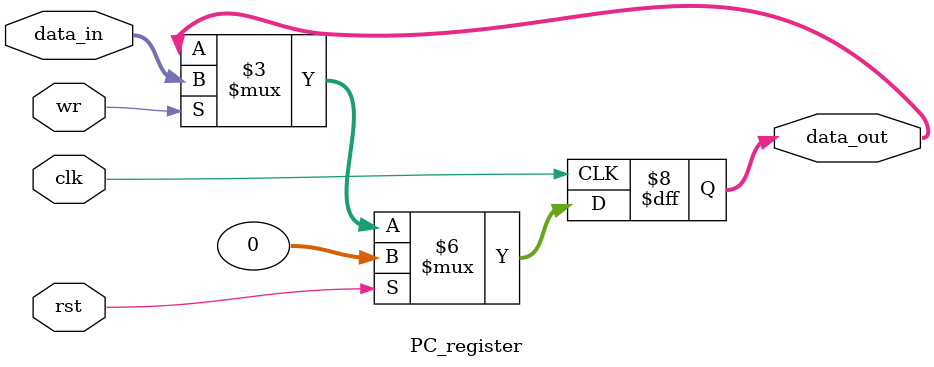
<source format=sv>

module PC_register (
    input   logic           clk,
    input   logic           rst,
    input   logic   [31:0]  data_in,
    input   logic           wr,
    output  logic   [31:0]  data_out

);
    always_ff @( posedge clk ) begin 
        if (rst)            data_out <= 0;
        else if (wr)        data_out <= data_in;
        else                data_out <= data_out;
    end
    
endmodule
</source>
